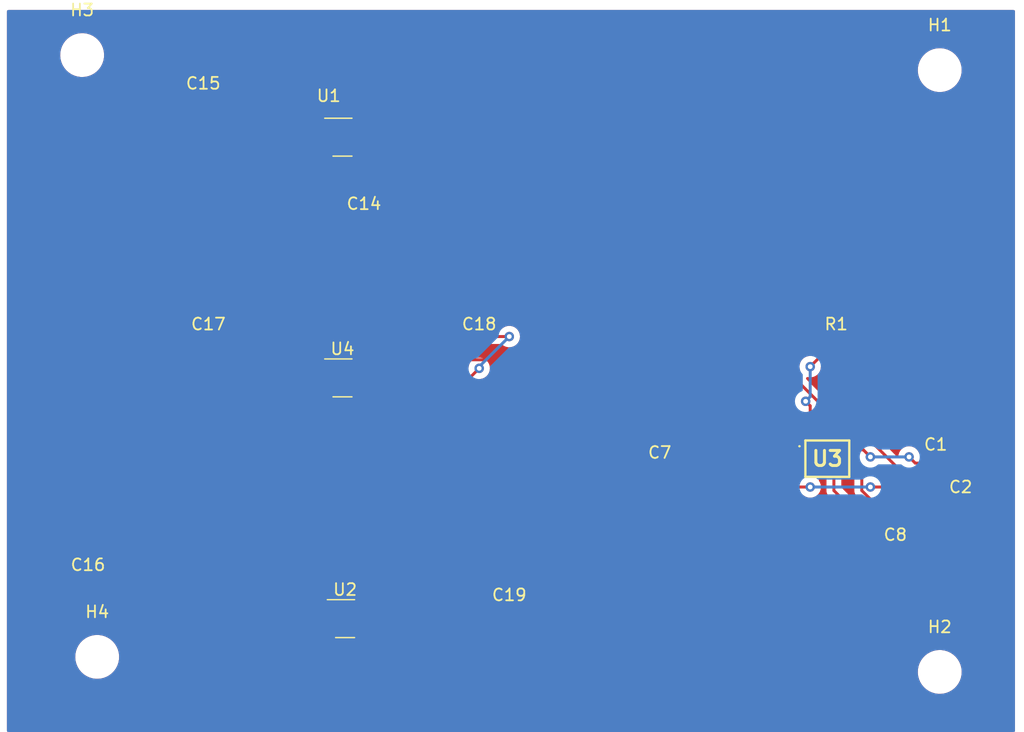
<source format=kicad_pcb>
(kicad_pcb (version 20221018) (generator pcbnew)
  (layers (0 "F.Cu" signal) (31 "B.Cu" signal) (34 "B.Paste" user) (35 "F.Paste" user) (36 "B.SilkS" user "B.Silkscreen") (37 "F.SilkS" user "F.Silkscreen") (38 "B.Mask" user) (39 "F.Mask" user) (44 "Edge.Cuts" user))
  (net 0 "")
  (net 1 "Earth")
  (net 2 "Net-(U3-VREF1)")
  (net 3 "Net-(U3-VREFH)")
  (net 4 "Net-(U3-RSTM)")
  (net 5 "Net-(U3-VREFN)")
  (net 6 "Net-(U1-EN)")
  (net 7 "2.8V")
  (net 8 "1.5V")
  (net 9 "1.8V")
  (net 10 "Net-(U3-OTPPGM)")
  (net 11 "Net-(U3-DOGND_1)")
  (net 12 "TRIG EXT")
  (net 13 "MD0P")
  (net 14 "MD1N")
  (net 15 "MDON")
  (net 16 "MCP CLK")
  (net 17 "MD1P")
  (net 18 "MCN CLK")
  (footprint "MountingHole:MountingHole_3.2mm_M3_DIN965" (layer "F.Cu") (at 101.6 53.34)
    (fp_text reference "H3" (at 0 -3.8) (layer "F.SilkS"))
    (fp_text value "MountingHole_Pad")
    (pad "" np_thru_hole circle (at 0 0) (size 3.2 3.2) (drill 3.2) (layers "*.Cu" "*.Mask"))
  )
  (footprint "Resistor_SMD:R_0201_0603Metric" (layer "F.Cu") (at 165.25 77.1)
    (fp_text reference "R1" (at 0 -1.05) (layer "F.SilkS"))
    (fp_text value "4,7k")
    (pad "1" smd roundrect (at -0.32 0) (size 0.46 0.4) (layers "F.Cu" "F.Mask") (net 10 "Net-(U3-OTPPGM)"))
    (pad "2" smd roundrect (at 0.32 0) (size 0.46 0.4) (layers "F.Cu" "F.Mask") (net 11 "Net-(U3-DOGND_1)"))
  )
  (footprint "Capacitor_SMD:C_0201_0603Metric_Pad0.64x0.40mm_HandSolder" (layer "F.Cu") (at 175.3225 92.34)
    (fp_text reference "C2" (at 0.4325 -2.54) (layer "F.SilkS"))
    (fp_text value "50uF")
    (pad "1" smd roundrect (at -0.4075 0) (size 0.635 0.4) (layers "F.Cu" "F.Mask") (net 3 "Net-(U3-VREFH)"))
    (pad "2" smd roundrect (at 0.4075 0) (size 0.635 0.4) (layers "F.Cu" "F.Mask") (net 1 "Earth"))
  )
  (footprint "Capacitor_SMD:C_0201_0603Metric_Pad0.64x0.40mm_HandSolder" (layer "F.Cu") (at 137.655 99.96)
    (fp_text reference "C19" (at 0 -1.05) (layer "F.SilkS"))
    (fp_text value "1uF")
    (pad "1" smd roundrect (at -0.4075 0) (size 0.635 0.4) (layers "F.Cu" "F.Mask") (net 1 "Earth"))
    (pad "2" smd roundrect (at 0.4075 0) (size 0.635 0.4) (layers "F.Cu" "F.Mask") (net 9 "1.8V"))
  )
  (footprint "Capacitor_SMD:C_0201_0603Metric_Pad0.64x0.40mm_HandSolder" (layer "F.Cu") (at 150.7875 88.84)
    (fp_text reference "C7" (at -0.4325 -1.95) (layer "F.SilkS"))
    (fp_text value "50uF")
    (pad "1" smd roundrect (at -0.4075 0) (size 0.635 0.4) (layers "F.Cu" "F.Mask") (net 4 "Net-(U3-RSTM)"))
    (pad "2" smd roundrect (at 0.4075 0) (size 0.635 0.4) (layers "F.Cu" "F.Mask") (net 1 "Earth"))
  )
  (footprint "Capacitor_SMD:C_0201_0603Metric_Pad0.64x0.40mm_HandSolder" (layer "F.Cu") (at 170.2425 94.88)
    (fp_text reference "C8" (at 0 -1.05) (layer "F.SilkS"))
    (fp_text value "50uF")
    (pad "1" smd roundrect (at -0.4075 0) (size 0.635 0.4) (layers "F.Cu" "F.Mask") (net 5 "Net-(U3-VREFN)"))
    (pad "2" smd roundrect (at 0.4075 0) (size 0.635 0.4) (layers "F.Cu" "F.Mask") (net 1 "Earth"))
  )
  (footprint "SamacSys_Parts:Mira0301RM2WP" (layer "F.Cu") (at 164.5 87.41)
    (fp_text reference "U3" (at 0 0) (layer "F.SilkS") (effects (font (size 1.27 1.27) (thickness 0.254))))
    (fp_text value "Mira030-1RM2WP" hide)
    (fp_line (start -2.4 -1.05) (end -2.4 -1.05) (stroke (width 0.1)) (layer "F.SilkS"))
    (fp_line (start -2.3 -1.05) (end -2.3 -1.05) (stroke (width 0.1)) (layer "F.SilkS"))
    (fp_line (start -1.852 -1.536) (end 1.852 -1.536) (stroke (width 0.2)) (layer "F.SilkS"))
    (fp_line (start -1.852 1.536) (end -1.852 -1.536) (stroke (width 0.2)) (layer "F.SilkS"))
    (fp_line (start 1.852 -1.536) (end 1.852 1.536) (stroke (width 0.2)) (layer "F.SilkS"))
    (fp_line (start 1.852 1.536) (end -1.852 1.536) (stroke (width 0.2)) (layer "F.SilkS"))
    (fp_arc (start -2.4 -1.05) (mid -2.35 -1.1) (end -2.3 -1.05) (stroke (width 0.1)) (layer "F.SilkS"))
    (fp_arc (start -2.3 -1.05) (mid -2.35 -1) (end -2.4 -1.05) (stroke (width 0.1)) (layer "F.SilkS"))
    (pad "A2" smd circle (at -1 -1.05 90) (size 0.25 0.25) (layers "F.Cu" "F.Paste" "F.Mask") (net 10 "Net-(U3-OTPPGM)"))
    (pad "A4" smd circle (at -0.2 -1.05 90) (size 0.25 0.25) (layers "F.Cu" "F.Paste" "F.Mask") (net 7 "2.8V"))
    (pad "A6" smd circle (at 0.6 -1.05 90) (size 0.25 0.25) (layers "F.Cu" "F.Paste" "F.Mask") (net 1 "Earth"))
    (pad "A8" smd circle (at 1.4 -1.05 90) (size 0.25 0.25) (layers "F.Cu" "F.Paste" "F.Mask") (net 1 "Earth"))
    (pad "B1" smd circle (at -1.4 -0.75 90) (size 0.25 0.25) (layers "F.Cu" "F.Paste" "F.Mask") (net 1 "Earth"))
    (pad "B3" smd circle (at -0.6 -0.75 90) (size 0.25 0.25) (layers "F.Cu" "F.Paste" "F.Mask") (net 12 "TRIG EXT"))
    (pad "B5" smd circle (at 0.2 -0.75 90) (size 0.25 0.25) (layers "F.Cu" "F.Paste" "F.Mask") (net 1 "Earth"))
    (pad "B7" smd circle (at 1 -0.75 90) (size 0.25 0.25) (layers "F.Cu" "F.Paste" "F.Mask") (net 1 "Earth"))
    (pad "C2" smd circle (at -1 -0.45 90) (size 0.25 0.25) (layers "F.Cu" "F.Paste" "F.Mask") (net 1 "Earth"))
    (pad "C4" smd circle (at -0.2 -0.45 90) (size 0.25 0.25) (layers "F.Cu" "F.Paste" "F.Mask") (net 8 "1.5V"))
    (pad "C6" smd circle (at 0.6 -0.45 90) (size 0.25 0.25) (layers "F.Cu" "F.Paste" "F.Mask") (net 1 "Earth"))
    (pad "C8" smd circle (at 1.4 -0.45 90) (size 0.25 0.25) (layers "F.Cu" "F.Paste" "F.Mask") (net 4 "Net-(U3-RSTM)"))
    (pad "D1" smd circle (at -1.4 -0.15 90) (size 0.25 0.25) (layers "F.Cu" "F.Paste" "F.Mask") (net 1 "Earth"))
    (pad "D3" smd circle (at -0.6 -0.15 90) (size 0.25 0.25) (layers "F.Cu" "F.Paste" "F.Mask") (net 1 "Earth"))
    (pad "D5" smd circle (at 0.2 -0.15 90) (size 0.25 0.25) (layers "F.Cu" "F.Paste" "F.Mask") (net 11 "Net-(U3-DOGND_1)"))
    (pad "D7" smd circle (at 1 -0.15 90) (size 0.25 0.25) (layers "F.Cu" "F.Paste" "F.Mask") (net 1 "Earth"))
    (pad "E2" smd circle (at -1 0.15 90) (size 0.25 0.25) (layers "F.Cu" "F.Paste" "F.Mask") (net 1 "Earth"))
    (pad "E4" smd circle (at -0.2 0.15 90) (size 0.25 0.25) (layers "F.Cu" "F.Paste" "F.Mask") (net 8 "1.5V"))
    (pad "E6" smd circle (at 0.6 0.15 90) (size 0.25 0.25) (layers "F.Cu" "F.Paste" "F.Mask") (net 7 "2.8V"))
    (pad "E8" smd circle (at 1.4 0.15 90) (size 0.25 0.25) (layers "F.Cu" "F.Paste" "F.Mask") (net 2 "Net-(U3-VREF1)"))
    (pad "F1" smd circle (at -1.4 0.45 90) (size 0.25 0.25) (layers "F.Cu" "F.Paste" "F.Mask") (net 8 "1.5V"))
    (pad "F3" smd circle (at -0.6 0.45 90) (size 0.25 0.25) (layers "F.Cu" "F.Paste" "F.Mask") (net 13 "MD0P"))
    (pad "F5" smd circle (at 0.2 0.45 90) (size 0.25 0.25) (layers "F.Cu" "F.Paste" "F.Mask") (net 14 "MD1N"))
    (pad "F7" smd circle (at 1 0.45 90) (size 0.25 0.25) (layers "F.Cu" "F.Paste" "F.Mask") (net 1 "Earth"))
    (pad "G2" smd circle (at -1 0.75 90) (size 0.25 0.25) (layers "F.Cu" "F.Paste" "F.Mask") (net 15 "MDON"))
    (pad "G4" smd circle (at -0.2 0.75 90) (size 0.25 0.25) (layers "F.Cu" "F.Paste" "F.Mask") (net 16 "MCP CLK"))
    (pad "G6" smd circle (at 0.6 0.75 90) (size 0.25 0.25) (layers "F.Cu" "F.Paste" "F.Mask") (net 1 "Earth"))
    (pad "G8" smd circle (at 1.4 0.75 90) (size 0.25 0.25) (layers "F.Cu" "F.Paste" "F.Mask") (net 3 "Net-(U3-VREFH)"))
    (pad "H1" smd circle (at -1.4 1.05 90) (size 0.25 0.25) (layers "F.Cu" "F.Paste" "F.Mask") (net 9 "1.8V"))
    (pad "H3" smd circle (at -0.6 1.05 90) (size 0.25 0.25) (layers "F.Cu" "F.Paste" "F.Mask") (net 17 "MD1P"))
    (pad "H5" smd circle (at 0.2 1.05 90) (size 0.25 0.25) (layers "F.Cu" "F.Paste" "F.Mask") (net 18 "MCN CLK"))
    (pad "H7" smd circle (at 1 1.05 90) (size 0.25 0.25) (layers "F.Cu" "F.Paste" "F.Mask") (net 5 "Net-(U3-VREFN)"))
  )
  (footprint "Capacitor_SMD:C_0201_0603Metric_Pad0.64x0.40mm_HandSolder" (layer "F.Cu") (at 112.255 77.1)
    (fp_text reference "C17" (at 0 -1.05) (layer "F.SilkS"))
    (fp_text value "1uF")
    (pad "1" smd roundrect (at -0.4075 0) (size 0.635 0.4) (layers "F.Cu" "F.Mask") (net 1 "Earth"))
    (pad "2" smd roundrect (at 0.4075 0) (size 0.635 0.4) (layers "F.Cu" "F.Mask") (net 8 "1.5V"))
  )
  (footprint "Capacitor_SMD:C_0201_0603Metric_Pad0.64x0.40mm_HandSolder" (layer "F.Cu") (at 173.6475 87.26)
    (fp_text reference "C1" (at 0 -1.05) (layer "F.SilkS"))
    (fp_text value "50uF")
    (pad "1" smd roundrect (at -0.4075 0) (size 0.635 0.4) (layers "F.Cu" "F.Mask") (net 1 "Earth"))
    (pad "2" smd roundrect (at 0.4075 0) (size 0.635 0.4) (layers "F.Cu" "F.Mask") (net 2 "Net-(U3-VREF1)"))
  )
  (footprint "MountingHole:MountingHole_3.2mm_M3_DIN965" (layer "F.Cu") (at 102.87 104.14)
    (fp_text reference "H4" (at 0 -3.8) (layer "F.SilkS"))
    (fp_text value "MountingHole_Pad")
    (pad "" np_thru_hole circle (at 0 0) (size 3.2 3.2) (drill 3.2) (layers "*.Cu" "*.Mask"))
  )
  (footprint "Capacitor_SMD:C_0201_0603Metric_Pad0.64x0.40mm_HandSolder" (layer "F.Cu") (at 102.095 97.42)
    (fp_text reference "C16" (at 0 -1.05) (layer "F.SilkS"))
    (fp_text value "1uF")
    (pad "1" smd roundrect (at -0.4075 0) (size 0.635 0.4) (layers "F.Cu" "F.Mask") (net 1 "Earth"))
    (pad "2" smd roundrect (at 0.4075 0) (size 0.635 0.4) (layers "F.Cu" "F.Mask") (net 6 "Net-(U1-EN)"))
  )
  (footprint "Capacitor_SMD:C_0201_0603Metric_Pad0.64x0.40mm_HandSolder" (layer "F.Cu") (at 125.3875 66.94)
    (fp_text reference "C14" (at 0 -1.05) (layer "F.SilkS"))
    (fp_text value "1uF")
    (pad "1" smd roundrect (at -0.4075 0) (size 0.635 0.4) (layers "F.Cu" "F.Mask") (net 1 "Earth"))
    (pad "2" smd roundrect (at 0.4075 0) (size 0.635 0.4) (layers "F.Cu" "F.Mask") (net 6 "Net-(U1-EN)"))
  )
  (footprint "MountingHole:MountingHole_3.2mm_M3_DIN965" (layer "F.Cu") (at 173.99 54.61)
    (fp_text reference "H1" (at 0 -3.8) (layer "F.SilkS"))
    (fp_text value "MountingHole_Pad")
    (pad "" np_thru_hole circle (at 0 0) (size 3.2 3.2) (drill 3.2) (layers "*.Cu" "*.Mask"))
  )
  (footprint "Capacitor_SMD:C_0201_0603Metric_Pad0.64x0.40mm_HandSolder" (layer "F.Cu") (at 111.8225 56.78)
    (fp_text reference "C15" (at 0 -1.05) (layer "F.SilkS"))
    (fp_text value "1uF")
    (pad "1" smd roundrect (at -0.4075 0) (size 0.635 0.4) (layers "F.Cu" "F.Mask") (net 1 "Earth"))
    (pad "2" smd roundrect (at 0.4075 0) (size 0.635 0.4) (layers "F.Cu" "F.Mask") (net 7 "2.8V"))
  )
  (footprint "MountingHole:MountingHole_3.2mm_M3_DIN965" (layer "F.Cu") (at 173.99 105.41)
    (fp_text reference "H2" (at 0 -3.8) (layer "F.SilkS"))
    (fp_text value "MountingHole_Pad")
    (pad "" np_thru_hole circle (at 0 0) (size 3.2 3.2) (drill 3.2) (layers "*.Cu" "*.Mask"))
  )
  (footprint "Package_SO:TSOP-5_1.65x3.05mm_P0.95mm" (layer "F.Cu") (at 123.575 60.27)
    (fp_text reference "U1" (at -1.16 -3.49) (layer "F.SilkS"))
    (fp_text value "NCP115AMX120TCG")
    (fp_line (start -0.8 1.6) (end 0.8 1.6) (stroke (width 0.12)) (layer "F.SilkS"))
    (fp_line (start 0.8 -1.6) (end -1.5 -1.6) (stroke (width 0.12)) (layer "F.SilkS"))
    (pad "1" smd rect (at -1.16 -0.95) (size 0.7 0.51) (layers "F.Cu" "F.Paste" "F.Mask") (net 7 "2.8V"))
    (pad "2" smd rect (at -1.16 0) (size 0.7 0.51) (layers "F.Cu" "F.Paste" "F.Mask") (net 1 "Earth"))
    (pad "3" smd rect (at -1.16 0.95) (size 0.7 0.51) (layers "F.Cu" "F.Paste" "F.Mask") (net 6 "Net-(U1-EN)"))
    (pad "4" smd rect (at 1.16 0.95) (size 0.7 0.51) (layers "F.Cu" "F.Paste" "F.Mask") (net 6 "Net-(U1-EN)"))
    (pad "5" smd rect (at 1.16 -0.95) (size 0.7 0.51) (layers "F.Cu" "F.Paste" "F.Mask") (net 1 "Earth"))
  )
  (footprint "Package_SO:TSOP-5_1.65x3.05mm_P0.95mm" (layer "F.Cu") (at 123.575 80.59)
    (fp_text reference "U4" (at 0 -2.45) (layer "F.SilkS"))
    (fp_text value "NCP115AMX120TCG")
    (fp_line (start -0.8 1.6) (end 0.8 1.6) (stroke (width 0.12)) (layer "F.SilkS"))
    (fp_line (start 0.8 -1.6) (end -1.5 -1.6) (stroke (width 0.12)) (layer "F.SilkS"))
    (pad "1" smd rect (at -1.16 -0.95) (size 0.7 0.51) (layers "F.Cu" "F.Paste" "F.Mask") (net 8 "1.5V"))
    (pad "2" smd rect (at -1.16 0) (size 0.7 0.51) (layers "F.Cu" "F.Paste" "F.Mask") (net 1 "Earth"))
    (pad "3" smd rect (at -1.16 0.95) (size 0.7 0.51) (layers "F.Cu" "F.Paste" "F.Mask") (net 6 "Net-(U1-EN)"))
    (pad "4" smd rect (at 1.16 0.95) (size 0.7 0.51) (layers "F.Cu" "F.Paste" "F.Mask") (net 6 "Net-(U1-EN)"))
    (pad "5" smd rect (at 1.16 -0.95) (size 0.7 0.51) (layers "F.Cu" "F.Paste" "F.Mask") (net 1 "Earth"))
  )
  (footprint "Package_SO:TSOP-5_1.65x3.05mm_P0.95mm" (layer "F.Cu") (at 123.795 100.91)
    (fp_text reference "U2" (at 0 -2.45) (layer "F.SilkS"))
    (fp_text value "NCP115AMX120TCG")
    (fp_line (start -0.8 1.6) (end 0.8 1.6) (stroke (width 0.12)) (layer "F.SilkS"))
    (fp_line (start 0.8 -1.6) (end -1.5 -1.6) (stroke (width 0.12)) (layer "F.SilkS"))
    (pad "1" smd rect (at -1.16 -0.95) (size 0.7 0.51) (layers "F.Cu" "F.Paste" "F.Mask") (net 9 "1.8V"))
    (pad "2" smd rect (at -1.16 0) (size 0.7 0.51) (layers "F.Cu" "F.Paste" "F.Mask") (net 1 "Earth"))
    (pad "3" smd rect (at -1.16 0.95) (size 0.7 0.51) (layers "F.Cu" "F.Paste" "F.Mask") (net 6 "Net-(U1-EN)"))
    (pad "4" smd rect (at 1.16 0.95) (size 0.7 0.51) (layers "F.Cu" "F.Paste" "F.Mask") (net 6 "Net-(U1-EN)"))
    (pad "5" smd rect (at 1.16 -0.95) (size 0.7 0.51) (layers "F.Cu" "F.Paste" "F.Mask") (net 1 "Earth"))
  )
  (footprint "Capacitor_SMD:C_0201_0603Metric_Pad0.64x0.40mm_HandSolder" (layer "F.Cu") (at 135.115 77.1)
    (fp_text reference "C18" (at 0 -1.05) (layer "F.SilkS"))
    (fp_text value "1uF")
    (pad "1" smd roundrect (at -0.4075 0) (size 0.635 0.4) (layers "F.Cu" "F.Mask") (net 1 "Earth"))
    (pad "2" smd roundrect (at 0.4075 0) (size 0.635 0.4) (layers "F.Cu" "F.Mask") (net 6 "Net-(U1-EN)"))
  )
  (segment (start 151.13 86.36) (end 162.655 86.36) (width 0.25) (layer "F.Cu") (net 1))
  (segment (start 125.04 60.27) (end 151.13 86.36) (width 0.25) (layer "F.Cu") (net 1))
  (segment (start 122.415 60.27) (end 125.04 60.27) (width 0.25) (layer "F.Cu") (net 1))
  (segment (start 168.135 87.26) (end 167.535 86.66) (width 0.25) (layer "F.Cu") (net 2))
  (segment (start 173.633541 87.785) (end 171.9245 87.785) (width 0.25) (layer "F.Cu") (net 2))
  (segment (start 174.055 87.26) (end 174.055 87.156459) (width 0.25) (layer "F.Cu") (net 2))
  (segment (start 174.055 87.363541) (end 173.633541 87.785) (width 0.25) (layer "F.Cu") (net 2))
  (segment (start 167.535 86.66) (end 165.455 86.66) (width 0.25) (layer "F.Cu") (net 2))
  (segment (start 174.055 87.26) (end 174.055 87.363541) (width 0.25) (layer "F.Cu") (net 2))
  (segment (start 171.9245 87.785) (end 171.3995 87.26) (width 0.25) (layer "F.Cu") (net 2))
  (via (at 168.135 87.26) (size 0.8) (drill 0.4) (layers "F.Cu" "B.Cu") (net 2))
  (via (at 171.3995 87.26) (size 0.8) (drill 0.4) (layers "F.Cu" "B.Cu") (net 2))
  (segment (start 171.3995 87.26) (end 168.135 87.26) (width 0.25) (layer "B.Cu") (net 2))
  (segment (start 174.915 92.34) (end 169.649695 92.34) (width 0.25) (layer "F.Cu") (net 3))
  (segment (start 169.649695 92.34) (end 167.41 90.100305) (width 0.25) (layer "F.Cu") (net 3))
  (segment (start 166.19538 87.26) (end 165.455 87.26) (width 0.25) (layer "F.Cu") (net 3))
  (segment (start 167.41 90.100305) (end 167.41 88.47462) (width 0.25) (layer "F.Cu") (net 3))
  (segment (start 167.41 88.47462) (end 166.19538 87.26) (width 0.25) (layer "F.Cu") (net 3))
  (segment (start 166.971776 85.883224) (end 166.971776 84.72) (width 0.25) (layer "F.Cu") (net 4))
  (segment (start 168.135 89.8) (end 170.675 89.8) (width 0.25) (layer "F.Cu") (net 4))
  (segment (start 150.38 88.84) (end 150.38 88.943541) (width 0.25) (layer "F.Cu") (net 4))
  (segment (start 170.675 89.8) (end 170.675 88.423224) (width 0.25) (layer "F.Cu") (net 4))
  (segment (start 168.135 85.883224) (end 168.135 84.72) (width 0.25) (layer "F.Cu") (net 4))
  (segment (start 168.135 84.72) (end 166.971776 84.72) (width 0.25) (layer "F.Cu") (net 4))
  (segment (start 170.675 88.423224) (end 168.135 85.883224) (width 0.25) (layer "F.Cu") (net 4))
  (segment (start 150.38 88.943541) (end 151.236459 89.8) (width 0.25) (layer "F.Cu") (net 4))
  (segment (start 165.455 86.06) (end 166.795 86.06) (width 0.25) (layer "F.Cu") (net 4))
  (segment (start 163.055 89.8) (end 151.236459 89.8) (width 0.25) (layer "F.Cu") (net 4))
  (segment (start 166.795 86.06) (end 166.971776 85.883224) (width 0.25) (layer "F.Cu") (net 4))
  (via (at 168.135 89.8) (size 0.8) (drill 0.4) (layers "F.Cu" "B.Cu") (net 4))
  (via (at 163.055 89.8) (size 0.8) (drill 0.4) (layers "F.Cu" "B.Cu") (net 4))
  (segment (start 168.135 89.8) (end 163.055 89.8) (width 0.25) (layer "B.Cu") (net 4))
  (segment (start 165.055 90.1) (end 165.055 87.56) (width 0.25) (layer "F.Cu") (net 5))
  (segment (start 169.835 94.88) (end 165.055 90.1) (width 0.25) (layer "F.Cu") (net 5))
  (segment (start 122.415 81.54) (end 122.415 84.72) (width 0.25) (layer "F.Cu") (net 6))
  (segment (start 122.415 84.72) (end 127.495 84.72) (width 0.25) (layer "F.Cu") (net 6))
  (segment (start 125.795 64.4) (end 125.795 66.94) (width 0.25) (layer "F.Cu") (net 6))
  (segment (start 124.735 81.54) (end 127.495 81.54) (width 0.25) (layer "F.Cu") (net 6))
  (segment (start 127.495 81.54) (end 133.3595 81.54) (width 0.25) (layer "F.Cu") (net 6))
  (segment (start 119.875 105.04) (end 119.875 101.86) (width 0.25) (layer "F.Cu") (net 6))
  (segment (start 122.415 61.22) (end 122.415 61.86) (width 0.25) (layer "F.Cu") (net 6))
  (segment (start 137.655 77.1) (end 135.5225 77.1) (width 0.25) (layer "F.Cu") (net 6))
  (segment (start 124.955 101.86) (end 124.955 105.04) (width 0.25) (layer "F.Cu") (net 6))
  (segment (start 133.3595 81.54) (end 135.115 79.7845) (width 0.25) (layer "F.Cu") (net 6))
  (segment (start 119.875 101.86) (end 106.9425 101.86) (width 0.25) (layer "F.Cu") (net 6))
  (segment (start 106.9425 101.86) (end 102.5025 97.42) (width 0.25) (layer "F.Cu") (net 6))
  (segment (start 124.735 61.22) (end 125.795 62.28) (width 0.25) (layer "F.Cu") (net 6))
  (segment (start 127.495 84.72) (end 127.495 81.54) (width 0.25) (layer "F.Cu") (net 6))
  (segment (start 122.415 61.86) (end 124.955 64.4) (width 0.25) (layer "F.Cu") (net 6))
  (segment (start 125.795 62.28) (end 125.795 64.4) (width 0.25) (layer "F.Cu") (net 6))
  (segment (start 124.955 105.04) (end 119.875 105.04) (width 0.25) (layer "F.Cu") (net 6))
  (segment (start 124.955 64.4) (end 125.795 64.4) (width 0.25) (layer "F.Cu") (net 6))
  (segment (start 122.635 101.86) (end 119.875 101.86) (width 0.25) (layer "F.Cu") (net 6))
  (via (at 137.655 77.1) (size 0.8) (drill 0.4) (layers "F.Cu" "B.Cu") (net 6))
  (via (at 135.115 79.7845) (size 0.8) (drill 0.4) (layers "F.Cu" "B.Cu") (net 6))
  (segment (start 135.115 79.64) (end 137.655 77.1) (width 0.25) (layer "B.Cu") (net 6))
  (segment (start 135.115 79.7845) (end 135.115 79.64) (width 0.25) (layer "B.Cu") (net 6))
  (segment (start 122.995 58.74) (end 139.868072 58.74) (width 0.25) (layer "F.Cu") (net 7))
  (segment (start 122.415 59.32) (end 114.795 59.32) (width 0.25) (layer "F.Cu") (net 7))
  (segment (start 114.795 59.32) (end 112.255 56.78) (width 0.25) (layer "F.Cu") (net 7))
  (segment (start 139.868072 58.74) (end 163.855 82.726928) (width 0.25) (layer "F.Cu") (net 7))
  (segment (start 122.415 59.32) (end 122.995 58.74) (width 0.25) (layer "F.Cu") (net 7))
  (segment (start 163.855 82.726928) (end 163.855 85.46) (width 0.25) (layer "F.Cu") (net 7))
  (segment (start 122.415 79.64) (end 122.995 79.06) (width 0.25) (layer "F.Cu") (net 8))
  (segment (start 143.193604 79.06) (end 151.093604 86.96) (width 0.25) (layer "F.Cu") (net 8))
  (segment (start 162.655 86.96) (end 151.093604 86.96) (width 0.25) (layer "F.Cu") (net 8))
  (segment (start 115.2025 79.64) (end 122.415 79.64) (width 0.25) (layer "F.Cu") (net 8))
  (segment (start 122.995 79.06) (end 143.193604 79.06) (width 0.25) (layer "F.Cu") (net 8))
  (segment (start 112.6625 77.1) (end 115.2025 79.64) (width 0.25) (layer "F.Cu") (net 8))
  (segment (start 138.0625 99.96) (end 138.0625 90.4275) (width 0.25) (layer "F.Cu") (net 9))
  (segment (start 135.185 87.41) (end 160.515 87.41) (width 0.25) (layer "F.Cu") (net 9))
  (segment (start 160.515 87.41) (end 160.665 87.56) (width 0.25) (layer "F.Cu") (net 9))
  (segment (start 160.665 87.56) (end 162.655 87.56) (width 0.25) (layer "F.Cu") (net 9))
  (segment (start 138.0625 90.4275) (end 135.115 87.48) (width 0.25) (layer "F.Cu") (net 9))
  (segment (start 135.115 87.48) (end 135.185 87.41) (width 0.25) (layer "F.Cu") (net 9))
  (segment (start 122.635 99.96) (end 135.115 87.48) (width 0.25) (layer "F.Cu") (net 9))
  (segment (start 163.055 82.951528) (end 162.669236 82.565764) (width 0.25) (layer "F.Cu") (net 10))
  (segment (start 163.055 79.64) (end 164.93 77.765) (width 0.25) (layer "F.Cu") (net 10))
  (segment (start 164.93 77.765) (end 164.93 77.1) (width 0.25) (layer "F.Cu") (net 10))
  (segment (start 163.055 85.46) (end 163.055 82.951528) (width 0.25) (layer "F.Cu") (net 10))
  (via (at 163.055 79.64) (size 0.8) (drill 0.4) (layers "F.Cu" "B.Cu") (net 10))
  (via (at 162.669236 82.565764) (size 0.8) (drill 0.4) (layers "F.Cu" "B.Cu") (net 10))
  (segment (start 163.055 82.18) (end 163.055 79.64) (width 0.25) (layer "B.Cu") (net 10))
  (segment (start 162.669236 82.565764) (end 163.055 82.18) (width 0.25) (layer "B.Cu") (net 10))
  (zone (net 8) (net_name "1.5V") (layer "F.Cu") (connect_pads (clearance 0.5)) (min_thickness 0.25) (fill yes (thermal_gap 0.5) (thermal_bridge_width 0.5))
    (polygon (pts (xy 180.34 49.53) (xy 95.25 49.53) (xy 95.25 110.49) (xy 180.34 110.49)))
  )
  (zone (net 8) (net_name "1.5V") (layer "B.Cu") (priority 1) (connect_pads (clearance 0.5)) (min_thickness 0.25) (fill yes (thermal_gap 0.5) (thermal_bridge_width 0.5))
    (polygon (pts (xy 95.25 49.53) (xy 180.34 49.53) (xy 180.34 110.49) (xy 95.25 110.49)))
  )
)
</source>
